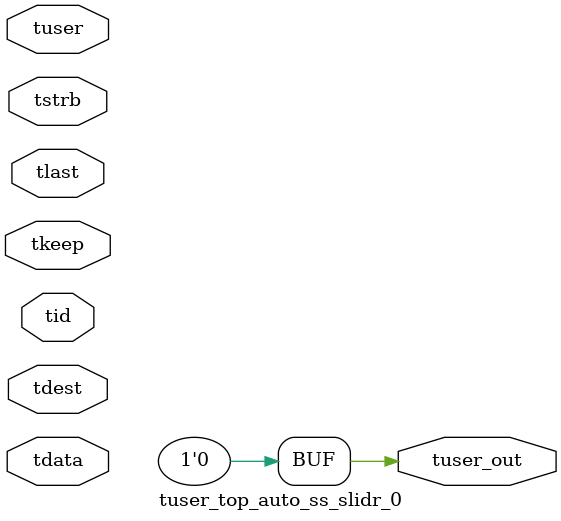
<source format=v>


`timescale 1ps/1ps

module tuser_top_auto_ss_slidr_0 #
(
parameter C_S_AXIS_TUSER_WIDTH = 1,
parameter C_S_AXIS_TDATA_WIDTH = 32,
parameter C_S_AXIS_TID_WIDTH   = 0,
parameter C_S_AXIS_TDEST_WIDTH = 0,
parameter C_M_AXIS_TUSER_WIDTH = 1
)
(
input  [(C_S_AXIS_TUSER_WIDTH == 0 ? 1 : C_S_AXIS_TUSER_WIDTH)-1:0     ] tuser,
input  [(C_S_AXIS_TDATA_WIDTH == 0 ? 1 : C_S_AXIS_TDATA_WIDTH)-1:0     ] tdata,
input  [(C_S_AXIS_TID_WIDTH   == 0 ? 1 : C_S_AXIS_TID_WIDTH)-1:0       ] tid,
input  [(C_S_AXIS_TDEST_WIDTH == 0 ? 1 : C_S_AXIS_TDEST_WIDTH)-1:0     ] tdest,
input  [(C_S_AXIS_TDATA_WIDTH/8)-1:0 ] tkeep,
input  [(C_S_AXIS_TDATA_WIDTH/8)-1:0 ] tstrb,
input                                                                    tlast,
output [C_M_AXIS_TUSER_WIDTH-1:0] tuser_out
);

assign tuser_out = {1'b0};

endmodule


</source>
